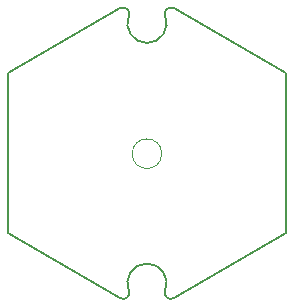
<source format=gbr>
%TF.GenerationSoftware,KiCad,Pcbnew,(5.1.10)-1*%
%TF.CreationDate,2021-05-31T11:52:34-04:00*%
%TF.ProjectId,Charger,43686172-6765-4722-9e6b-696361645f70,rev?*%
%TF.SameCoordinates,Original*%
%TF.FileFunction,Profile,NP*%
%FSLAX46Y46*%
G04 Gerber Fmt 4.6, Leading zero omitted, Abs format (unit mm)*
G04 Created by KiCad (PCBNEW (5.1.10)-1) date 2021-05-31 11:52:34*
%MOMM*%
%LPD*%
G01*
G04 APERTURE LIST*
%TA.AperFunction,Profile*%
%ADD10C,0.200000*%
%TD*%
%TA.AperFunction,Profile*%
%ADD11C,0.100000*%
%TD*%
G04 APERTURE END LIST*
D10*
X151538760Y-88320172D02*
G75*
G02*
X152250000Y-87694137I461240J193022D01*
G01*
X148463824Y-111606978D02*
G75*
G02*
X147752584Y-112233013I-461240J-193022D01*
G01*
X138251292Y-106747440D02*
X138251293Y-93179710D01*
X152250000Y-87694137D02*
X161751292Y-93179710D01*
X147752584Y-112233013D02*
X138251292Y-106747440D01*
X148463823Y-111606978D02*
G75*
G02*
X151538760Y-111606979I1537469J643404D01*
G01*
X161751291Y-106747440D02*
X152250000Y-112233013D01*
X151538760Y-88320171D02*
G75*
G02*
X148463824Y-88320171I-1537468J-643404D01*
G01*
X147752584Y-87694138D02*
G75*
G02*
X148463824Y-88320171I250000J-433012D01*
G01*
X161751292Y-93179710D02*
X161751291Y-106747440D01*
X138251293Y-93179710D02*
X147752584Y-87694137D01*
X152250000Y-112233012D02*
G75*
G02*
X151538760Y-111606979I-250000J433012D01*
G01*
D11*
X151250000Y-100000000D02*
G75*
G03*
X151250000Y-100000000I-1250000J0D01*
G01*
M02*

</source>
